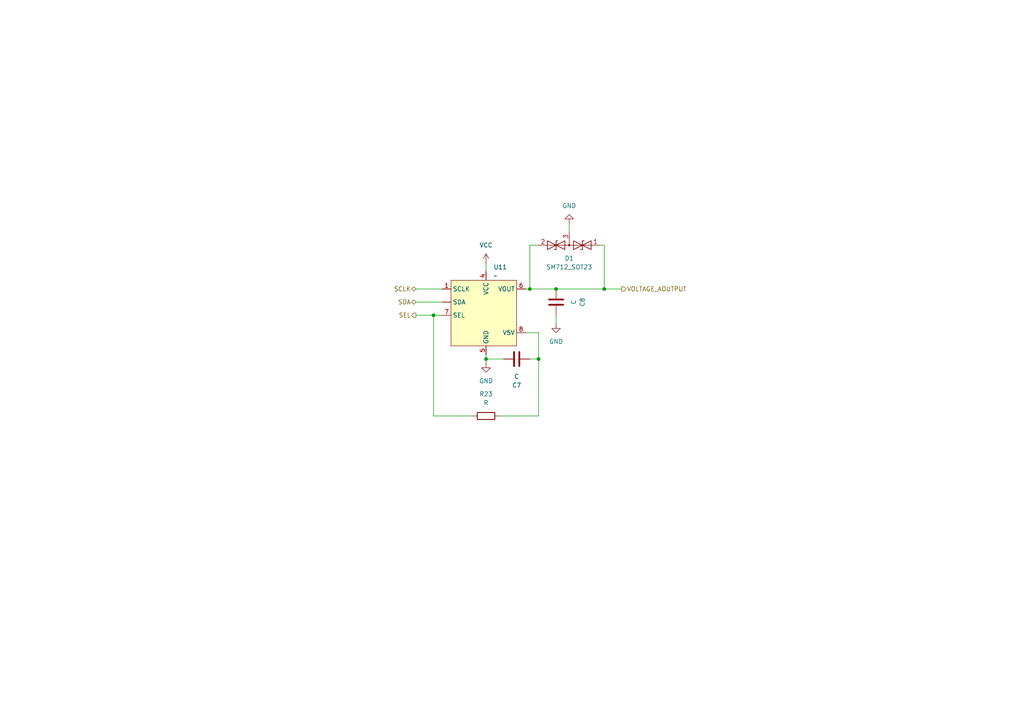
<source format=kicad_sch>
(kicad_sch (version 20250114) (generator "eeschema") (generator_version "9.0")
  (paper "A4")
  (lib_symbols
    (symbol "Device:C" (pin_numbers (hide yes)) (pin_names (offset 0.254))
      (property "Reference" "C" (at 0.635 2.54 0))
      (property "Value" "C" (at 0.635 -2.54 0))
      (symbol "C_0_1"
        (polyline (pts (xy -2.032 0.762) (xy 2.032 0.762)) (stroke (width 0.508)))
        (polyline (pts (xy -2.032 -0.762) (xy 2.032 -0.762)) (stroke (width 0.508)))
      )
      (symbol "C_1_1"
        (pin passive line (at 0 3.81 270) (length 2.794) (name "~") (number "1"))
        (pin passive line (at 0 -3.81 90) (length 2.794) (name "~") (number "2"))
      )
    )
    (symbol "Device:R" (pin_numbers (hide yes)) (pin_names (offset 0))
      (property "Reference" "R" (at 2.032 0 90))
      (property "Value" "R" (at 0 0 90))
      (symbol "R_0_1"
        (rectangle (start -1.016 -2.54) (end 1.016 2.54) (stroke (width 0.254)))
      )
      (symbol "R_1_1"
        (pin passive line (at 0 3.81 270) (length 1.27) (name "~") (number "1"))
        (pin passive line (at 0 -3.81 90) (length 1.27) (name "~") (number "2"))
      )
    )
    (symbol "Diode:SM712_SOT23" (pin_names (offset 1.016) (hide yes))
      (property "Reference" "D" (at 0 4.445 0))
      (property "Value" "SM712_SOT23" (at 0 2.54 0))
      (symbol "SM712_SOT23_0_0"
        (polyline (pts (xy 0 -1.27) (xy 0 0)))
      )
      (symbol "SM712_SOT23_0_1"
        (polyline (pts (xy -6.35 0) (xy 6.35 0)))
        (polyline (pts (xy -6.35 -1.27) (xy -1.27 1.27) (xy -1.27 -1.27) (xy -6.35 1.27) (xy -6.35 -1.27)) (stroke (width 0.2032)))
        (polyline (pts (xy -3.302 1.27) (xy -3.81 1.27) (xy -3.81 -1.27) (xy -4.318 -1.27)) (stroke (width 0.2032)))
        (circle (center 0 0) (radius 0.254) (fill (type outline)))
        (polyline (pts (xy 1.27 -1.27) (xy 1.27 1.27) (xy 6.35 -1.27) (xy 6.35 1.27) (xy 1.27 -1.27)) (stroke (width 0.2032)))
        (polyline (pts (xy 4.318 1.27) (xy 3.81 1.27) (xy 3.81 -1.27) (xy 3.302 -1.27)) (stroke (width 0.2032)))
      )
      (symbol "SM712_SOT23_1_1"
        (pin passive line (at -8.89 0 0) (length 2.54) (name "A1") (number "1"))
        (pin input line (at 0 -3.81 90) (length 2.54) (name "common") (number "3"))
        (pin passive line (at 8.89 0 180) (length 2.54) (name "A2") (number "2"))
      )
    )
    (symbol "Riqi_Parts:GP8201S"
      (property "Reference" "U" (at 0 0 0))
      (symbol "GP8201S_1_1"
        (rectangle (start -3.81 -1.27) (end 15.24 -20.32) (fill (type background)))
        (pin passive line (at -6.35 -3.81 0) (length 2.54) (name "SCLK") (number "1"))
        (pin passive line (at -6.35 -7.62 0) (length 2.54) (name "SDA") (number ""))
        (pin passive line (at -6.35 -11.43 0) (length 2.54) (name "SEL") (number "7"))
        (pin passive line (at 6.35 1.27 270) (length 2.54) (name "VCC") (number "4"))
        (pin passive line (at 6.35 -22.86 90) (length 2.54) (name "GND") (number "5"))
        (pin passive line (at 17.78 -3.81 180) (length 2.54) (name "VOUT") (number "6"))
        (pin passive line (at 17.78 -16.51 180) (length 2.54) (name "V5V") (number "8"))
      )
    )
    (symbol "power:GND" (power) (pin_numbers (hide yes)) (pin_names (offset 0) (hide yes))
      (property "Value" "GND" (at 0 -3.81 0))
      (symbol "GND_0_1"
        (polyline (pts (xy 0 0) (xy 0 -1.27) (xy 1.27 -1.27) (xy 0 -2.54) (xy -1.27 -1.27) (xy 0 -1.27)))
      )
      (symbol "GND_1_1"
        (pin power_in line (at 0 0 270) (length 0) (name "~") (number "1"))
      )
    )
    (symbol "power:VCC" (power) (pin_numbers (hide yes)) (pin_names (offset 0) (hide yes))
      (property "Value" "VCC" (at 0 3.556 0))
      (symbol "VCC_0_1"
        (polyline (pts (xy -0.762 1.27) (xy 0 2.54)))
        (polyline (pts (xy 0 2.54) (xy 0.762 1.27)))
        (polyline (pts (xy 0 0) (xy 0 2.54)))
      )
      (symbol "VCC_1_1"
        (pin power_in line (at 0 0 90) (length 0) (name "~") (number "1"))
      )
    )
  )
  (junction (at 156.21 104.14))
  (junction (at 153.67 83.82))
  (junction (at 125.73 91.44))
  (junction (at 140.97 104.14))
  (junction (at 175.26 83.82))
  (junction (at 161.29 83.82))
  (wire (pts (xy 156.21 71.12) (xy 153.67 71.12)))
  (wire (pts (xy 140.97 76.2) (xy 140.97 78.74)))
  (wire (pts (xy 140.97 104.14) (xy 146.05 104.14)))
  (wire (pts (xy 153.67 71.12) (xy 153.67 83.82)))
  (wire (pts (xy 173.99 71.12) (xy 175.26 71.12)))
  (wire (pts (xy 144.78 120.65) (xy 156.21 120.65)))
  (wire (pts (xy 156.21 96.52) (xy 152.4 96.52)))
  (wire (pts (xy 120.65 87.63) (xy 128.27 87.63)))
  (wire (pts (xy 161.29 91.44) (xy 161.29 93.98)))
  (wire (pts (xy 175.26 83.82) (xy 180.34 83.82)))
  (wire (pts (xy 161.29 83.82) (xy 175.26 83.82)))
  (wire (pts (xy 140.97 102.87) (xy 140.97 104.14)))
  (wire (pts (xy 153.67 83.82) (xy 161.29 83.82)))
  (wire (pts (xy 156.21 104.14) (xy 156.21 96.52)))
  (wire (pts (xy 125.73 91.44) (xy 128.27 91.44)))
  (wire (pts (xy 125.73 91.44) (xy 125.73 120.65)))
  (wire (pts (xy 120.65 83.82) (xy 128.27 83.82)))
  (wire (pts (xy 137.16 120.65) (xy 125.73 120.65)))
  (wire (pts (xy 175.26 71.12) (xy 175.26 83.82)))
  (wire (pts (xy 165.1 64.77) (xy 165.1 67.31)))
  (wire (pts (xy 140.97 104.14) (xy 140.97 105.41)))
  (wire (pts (xy 153.67 104.14) (xy 156.21 104.14)))
  (wire (pts (xy 120.65 91.44) (xy 125.73 91.44)))
  (wire (pts (xy 156.21 120.65) (xy 156.21 104.14)))
  (wire (pts (xy 152.4 83.82) (xy 153.67 83.82)))
  (hierarchical_label "SCLK" (shape bidirectional) (at 120.65 83.82 180))
  (hierarchical_label "SEL" (shape output) (at 120.65 91.44 180))
  (hierarchical_label "SDA" (shape bidirectional) (at 120.65 87.63 180))
  (hierarchical_label "VOLTAGE_AOUTPUT" (shape output) (at 180.34 83.82 0))
  (symbol (lib_id "Diode:SM712_SOT23") (at 165.1 71.12 180) (unit 1)
    (property "Reference" "D1" (at 165.1 74.93 0))
    (property "Value" "SM712_SOT23" (at 165.1 77.47 0))
    (property "Footprint" "Package_TO_SOT_SMD:SOT-23" (effects (hide yes)))
    (property "Datasheet" "https://www.littelfuse.com/~/media/electronics/datasheets/tvs_diode_arrays/littelfuse_tvs_diode_array_sm712_datasheet.pdf.pdf" (effects (hide yes)))
    (property "Description" "7V/12V, 600W Asymmetrical TVS Diode Array, SOT-23" (effects (hide yes)))
  )
  (symbol (lib_id "power:GND") (at 140.97 105.41 0) (unit 1)
    (property "Reference" "#PWR049" (effects (hide yes)))
    (property "Value" "GND" (at 140.97 110.49 0))
    (property "Description" "Power symbol creates a global label with name \"GND\" , ground" (effects (hide yes)))
  )
  (symbol (lib_id "power:GND") (at 165.1 64.77 180) (unit 1)
    (property "Reference" "#PWR051" (effects (hide yes)))
    (property "Value" "GND" (at 165.1 59.69 0))
    (property "Description" "Power symbol creates a global label with name \"GND\" , ground" (effects (hide yes)))
  )
  (symbol (lib_id "Riqi_Parts:GP8201S") (at 134.62 80.01 0) (unit 1)
    (property "Reference" "U11" (at 143.1133 77.47 0) (effects (justify left)))
    (property "Value" "~" (at 143.1133 80.01 0) (effects (justify left)))
    (property "Footprint" "Riqi_Parts:eSOP-8" (effects (hide yes)))
    (property "Datasheet" "https://lcsc.com/datasheet/lcsc_datasheet_2410121507_Guestgood-GP8201S-TC50-EW_C5240058.pdf" (effects (hide yes)))
  )
  (symbol (lib_id "power:VCC") (at 140.97 76.2 0) (unit 1)
    (property "Reference" "#PWR048" (effects (hide yes)))
    (property "Value" "VCC" (at 140.97 71.12 0))
    (property "Description" "Power symbol creates a global label with name \"VCC\"" (effects (hide yes)))
  )
  (symbol (lib_id "Device:C") (at 149.86 104.14 90) (unit 1)
    (property "Reference" "C7" (at 149.86 111.76 90))
    (property "Value" "C" (at 149.86 109.22 90))
    (property "Description" "Unpolarized capacitor" (effects (hide yes)))
  )
  (symbol (lib_id "power:GND") (at 161.29 93.98 0) (unit 1)
    (property "Reference" "#PWR050" (effects (hide yes)))
    (property "Value" "GND" (at 161.29 99.06 0))
    (property "Description" "Power symbol creates a global label with name \"GND\" , ground" (effects (hide yes)))
  )
  (symbol (lib_id "Device:C") (at 161.29 87.63 180) (unit 1)
    (property "Reference" "C8" (at 168.91 87.63 90))
    (property "Value" "C" (at 166.37 87.63 90))
    (property "Description" "Unpolarized capacitor" (effects (hide yes)))
  )
  (symbol (lib_id "Device:R") (at 140.97 120.65 90) (unit 1)
    (property "Reference" "R23" (at 140.97 114.3 90))
    (property "Value" "R" (at 140.97 116.84 90))
    (property "Description" "Resistor" (effects (hide yes)))
  )
)
</source>
